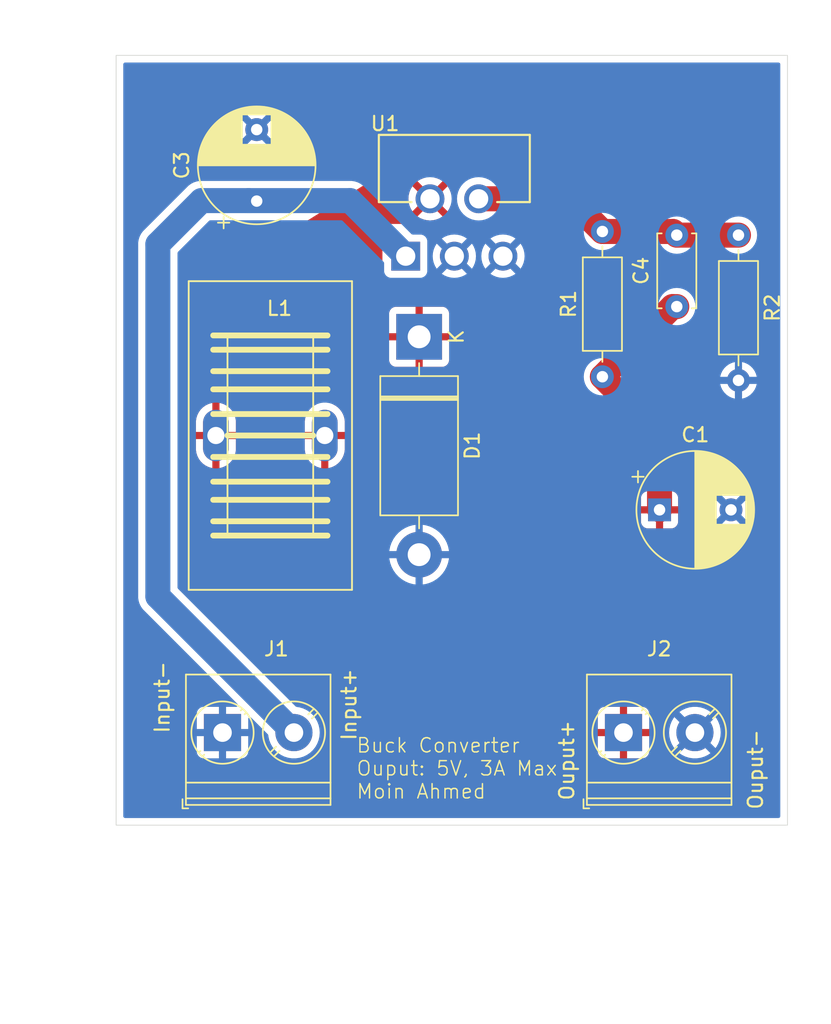
<source format=kicad_pcb>
(kicad_pcb (version 20240108) (generator "pcbnew") (generator_version "8.0")
  (layers (0 "F.Cu" signal) (31 "B.Cu" signal) (34 "B.Paste" user) (35 "F.Paste" user) (36 "B.SilkS" user "B.Silkscreen") (37 "F.SilkS" user "F.Silkscreen") (38 "B.Mask" user) (39 "F.Mask" user) (44 "Edge.Cuts" user))
  (net 0 "")
  (net 1 "GND")
  (net 2 "Net-(J1-Pin_2)")
  (net 3 "/Feedback")
  (net 4 "/Output")
  (net 5 "/OUTPUT_COUT")
  (footprint "Capacitor_THT:CP_Radial_D8.0mm_P5.00mm" (layer "F.Cu") (at 175.197349 86.4)
    (property "Reference" "C1" (at 2.5 -5.25 0) (layer "F.SilkS"))
    (property "Value" "330u")
    (fp_line (start -1.909698 -2.315) (end -1.109698 -2.315) (stroke (width 0.12)) (layer "F.SilkS"))
    (fp_line (start -1.509698 -2.715) (end -1.509698 -1.915) (stroke (width 0.12)) (layer "F.SilkS"))
    (fp_line (start 2.5 -4.08) (end 2.5 4.08) (stroke (width 0.12)) (layer "F.SilkS"))
    (fp_line (start 2.54 -4.08) (end 2.54 4.08) (stroke (width 0.12)) (layer "F.SilkS"))
    (fp_line (start 2.58 -4.08) (end 2.58 4.08) (stroke (width 0.12)) (layer "F.SilkS"))
    (fp_line (start 2.62 -4.079) (end 2.62 4.079) (stroke (width 0.12)) (layer "F.SilkS"))
    (fp_line (start 2.66 -4.077) (end 2.66 4.077) (stroke (width 0.12)) (layer "F.SilkS"))
    (fp_line (start 2.7 -4.076) (end 2.7 4.076) (stroke (width 0.12)) (layer "F.SilkS"))
    (fp_line (start 2.74 -4.074) (end 2.74 4.074) (stroke (width 0.12)) (layer "F.SilkS"))
    (fp_line (start 2.78 -4.071) (end 2.78 4.071) (stroke (width 0.12)) (layer "F.SilkS"))
    (fp_line (start 2.82 -4.068) (end 2.82 4.068) (stroke (width 0.12)) (layer "F.SilkS"))
    (fp_line (start 2.86 -4.065) (end 2.86 4.065) (stroke (width 0.12)) (layer "F.SilkS"))
    (fp_line (start 2.9 -4.061) (end 2.9 4.061) (stroke (width 0.12)) (layer "F.SilkS"))
    (fp_line (start 2.94 -4.057) (end 2.94 4.057) (stroke (width 0.12)) (layer "F.SilkS"))
    (fp_line (start 2.98 -4.052) (end 2.98 4.052) (stroke (width 0.12)) (layer "F.SilkS"))
    (fp_line (start 3.02 -4.048) (end 3.02 4.048) (stroke (width 0.12)) (layer "F.SilkS"))
    (fp_line (start 3.06 -4.042) (end 3.06 4.042) (stroke (width 0.12)) (layer "F.SilkS"))
    (fp_line (start 3.1 -4.037) (end 3.1 4.037) (stroke (width 0.12)) (layer "F.SilkS"))
    (fp_line (start 3.14 -4.03) (end 3.14 4.03) (stroke (width 0.12)) (layer "F.SilkS"))
    (fp_line (start 3.18 -4.024) (end 3.18 4.024) (stroke (width 0.12)) (layer "F.SilkS"))
    (fp_line (start 3.221 -4.017) (end 3.221 4.017) (stroke (width 0.12)) (layer "F.SilkS"))
    (fp_line (start 3.261 -4.01) (end 3.261 4.01) (stroke (width 0.12)) (layer "F.SilkS"))
    (fp_line (start 3.301 -4.002) (end 3.301 4.002) (stroke (width 0.12)) (layer "F.SilkS"))
    (fp_line (start 3.341 -3.994) (end 3.341 3.994) (stroke (width 0.12)) (layer "F.SilkS"))
    (fp_line (start 3.381 -3.985) (end 3.381 3.985) (stroke (width 0.12)) (layer "F.SilkS"))
    (fp_line (start 3.421 -3.976) (end 3.421 3.976) (stroke (width 0.12)) (layer "F.SilkS"))
    (fp_line (start 3.461 -3.967) (end 3.461 3.967) (stroke (width 0.12)) (layer "F.SilkS"))
    (fp_line (start 3.501 -3.957) (end 3.501 3.957) (stroke (width 0.12)) (layer "F.SilkS"))
    (fp_line (start 3.541 -3.947) (end 3.541 3.947) (stroke (width 0.12)) (layer "F.SilkS"))
    (fp_line (start 3.581 -3.936) (end 3.581 3.936) (stroke (width 0.12)) (layer "F.SilkS"))
    (fp_line (start 3.621 -3.925) (end 3.621 3.925) (stroke (width 0.12)) (layer "F.SilkS"))
    (fp_line (start 3.661 -3.914) (end 3.661 3.914) (stroke (width 0.12)) (layer "F.SilkS"))
    (fp_line (start 3.701 -3.902) (end 3.701 3.902) (stroke (width 0.12)) (layer "F.SilkS"))
    (fp_line (start 3.741 -3.889) (end 3.741 3.889) (stroke (width 0.12)) (layer "F.SilkS"))
    (fp_line (start 3.781 -3.877) (end 3.781 3.877) (stroke (width 0.12)) (layer "F.SilkS"))
    (fp_line (start 3.821 -3.863) (end 3.821 3.863) (stroke (width 0.12)) (layer "F.SilkS"))
    (fp_line (start 3.861 -3.85) (end 3.861 3.85) (stroke (width 0.12)) (layer "F.SilkS"))
    (fp_line (start 3.901 -3.835) (end 3.901 3.835) (stroke (width 0.12)) (layer "F.SilkS"))
    (fp_line (start 3.941 -3.821) (end 3.941 3.821) (stroke (width 0.12)) (layer "F.SilkS"))
    (fp_line (start 3.981 -3.805) (end 3.981 -1.04) (stroke (width 0.12)) (layer "F.SilkS"))
    (fp_line (start 3.981 1.04) (end 3.981 3.805) (stroke (width 0.12)) (layer "F.SilkS"))
    (fp_line (start 4.021 -3.79) (end 4.021 -1.04) (stroke (width 0.12)) (layer "F.SilkS"))
    (fp_line (start 4.021 1.04) (end 4.021 3.79) (stroke (width 0.12)) (layer "F.SilkS"))
    (fp_line (start 4.061 -3.774) (end 4.061 -1.04) (stroke (width 0.12)) (layer "F.SilkS"))
    (fp_line (start 4.061 1.04) (end 4.061 3.774) (stroke (width 0.12)) (layer "F.SilkS"))
    (fp_line (start 4.101 -3.757) (end 4.101 -1.04) (stroke (width 0.12)) (layer "F.SilkS"))
    (fp_line (start 4.101 1.04) (end 4.101 3.757) (stroke (width 0.12)) (layer "F.SilkS"))
    (fp_line (start 4.141 -3.74) (end 4.141 -1.04) (stroke (width 0.12)) (layer "F.SilkS"))
    (fp_line (start 4.141 1.04) (end 4.141 3.74) (stroke (width 0.12)) (layer "F.SilkS"))
    (fp_line (start 4.181 -3.722) (end 4.181 -1.04) (stroke (width 0.12)) (layer "F.SilkS"))
    (fp_line (start 4.181 1.04) (end 4.181 3.722) (stroke (width 0.12)) (layer "F.SilkS"))
    (fp_line (start 4.221 -3.704) (end 4.221 -1.04) (stroke (width 0.12)) (layer "F.SilkS"))
    (fp_line (start 4.221 1.04) (end 4.221 3.704) (stroke (width 0.12)) (layer "F.SilkS"))
    (fp_line (start 4.261 -3.686) (end 4.261 -1.04) (stroke (width 0.12)) (layer "F.SilkS"))
    (fp_line (start 4.261 1.04) (end 4.261 3.686) (stroke (width 0.12)) (layer "F.SilkS"))
    (fp_line (start 4.301 -3.666) (end 4.301 -1.04) (stroke (width 0.12)) (layer "F.SilkS"))
    (fp_line (start 4.301 1.04) (end 4.301 3.666) (stroke (width 0.12)) (layer "F.SilkS"))
    (fp_line (start 4.341 -3.647) (end 4.341 -1.04) (stroke (width 0.12)) (layer "F.SilkS"))
    (fp_line (start 4.341 1.04) (end 4.341 3.647) (stroke (width 0.12)) (layer "F.SilkS"))
    (fp_line (start 4.381 -3.627) (end 4.381 -1.04) (stroke (width 0.12)) (layer "F.SilkS"))
    (fp_line (start 4.381 1.04) (end 4.381 3.627) (stroke (width 0.12)) (layer "F.SilkS"))
    (fp_line (start 4.421 -3.606) (end 4.421 -1.04) (stroke (width 0.12)) (layer "F.SilkS"))
    (fp_line (start 4.421 1.04) (end 4.421 3.606) (stroke (width 0.12)) (layer "F.SilkS"))
    (fp_line (start 4.461 -3.584) (end 4.461 -1.04) (stroke (width 0.12)) (layer "F.SilkS"))
    (fp_line (start 4.461 1.04) (end 4.461 3.584) (stroke (width 0.12)) (layer "F.SilkS"))
    (fp_line (start 4.501 -3.562) (end 4.501 -1.04) (stroke (width 0.12)) (layer "F.SilkS"))
    (fp_line (start 4.501 1.04) (end 4.501 3.562) (stroke (width 0.12)) (layer "F.SilkS"))
    (fp_line (start 4.541 -3.54) (end 4.541 -1.04) (stroke (width 0.12)) (layer "F.SilkS"))
    (fp_line (start 4.541 1.04) (end 4.541 3.54) (stroke (width 0.12)) (layer "F.SilkS"))
    (fp_line (start 4.581 -3.517) (end 4.581 -1.04) (stroke (width 0.12)) (layer "F.SilkS"))
    (fp_line (start 4.581 1.04) (end 4.581 3.517) (stroke (width 0.12)) (layer "F.SilkS"))
    (fp_line (start 4.621 -3.493) (end 4.621 -1.04) (stroke (width 0.12)) (layer "F.SilkS"))
    (fp_line (start 4.621 1.04) (end 4.621 3.493) (stroke (width 0.12)) (layer "F.SilkS"))
    (fp_line (start 4.661 -3.469) (end 4.661 -1.04) (stroke (width 0.12)) (layer "F.SilkS"))
    (fp_line (start 4.661 1.04) (end 4.661 3.469) (stroke (width 0.12)) (layer "F.SilkS"))
    (fp_line (start 4.701 -3.444) (end 4.701 -1.04) (stroke (width 0.12)) (layer "F.SilkS"))
    (fp_line (start 4.701 1.04) (end 4.701 3.444) (stroke (width 0.12)) (layer "F.SilkS"))
    (fp_line (start 4.741 -3.418) (end 4.741 -1.04) (stroke (width 0.12)) (layer "F.SilkS"))
    (fp_line (start 4.741 1.04) (end 4.741 3.418) (stroke (width 0.12)) (layer "F.SilkS"))
    (fp_line (start 4.781 -3.392) (end 4.781 -1.04) (stroke (width 0.12)) (layer "F.SilkS"))
    (fp_line (start 4.781 1.04) (end 4.781 3.392) (stroke (width 0.12)) (layer "F.SilkS"))
    (fp_line (start 4.821 -3.365) (end 4.821 -1.04) (stroke (width 0.12)) (layer "F.SilkS"))
    (fp_line (start 4.821 1.04) (end 4.821 3.365) (stroke (width 0.12)) (layer "F.SilkS"))
    (fp_line (start 4.861 -3.338) (end 4.861 -1.04) (stroke (width 0.12)) (layer "F.SilkS"))
    (fp_line (start 4.861 1.04) (end 4.861 3.338) (stroke (width 0.12)) (layer "F.SilkS"))
    (fp_line (start 4.901 -3.309) (end 4.901 -1.04) (stroke (width 0.12)) (layer "F.SilkS"))
    (fp_line (start 4.901 1.04) (end 4.901 3.309) (stroke (width 0.12)) (layer "F.SilkS"))
    (fp_line (start 4.941 -3.28) (end 4.941 -1.04) (stroke (width 0.12)) (layer "F.SilkS"))
    (fp_line (start 4.941 1.04) (end 4.941 3.28) (stroke (width 0.12)) (layer "F.SilkS"))
    (fp_line (start 4.981 -3.25) (end 4.981 -1.04) (stroke (width 0.12)) (layer "F.SilkS"))
    (fp_line (start 4.981 1.04) (end 4.981 3.25) (stroke (width 0.12)) (layer "F.SilkS"))
    (fp_line (start 5.021 -3.22) (end 5.021 -1.04) (stroke (width 0.12)) (layer "F.SilkS"))
    (fp_line (start 5.021 1.04) (end 5.021 3.22) (stroke (width 0.12)) (layer "F.SilkS"))
    (fp_line (start 5.061 -3.189) (end 5.061 -1.04) (stroke (width 0.12)) (layer "F.SilkS"))
    (fp_line (start 5.061 1.04) (end 5.061 3.189) (stroke (width 0.12)) (layer "F.SilkS"))
    (fp_line (start 5.101 -3.156) (end 5.101 -1.04) (stroke (width 0.12)) (layer "F.SilkS"))
    (fp_line (start 5.101 1.04) (end 5.101 3.156) (stroke (width 0.12)) (layer "F.SilkS"))
    (fp_line (start 5.141 -3.124) (end 5.141 -1.04) (stroke (width 0.12)) (layer "F.SilkS"))
    (fp_line (start 5.141 1.04) (end 5.141 3.124) (stroke (width 0.12)) (layer "F.SilkS"))
    (fp_line (start 5.181 -3.09) (end 5.181 -1.04) (stroke (width 0.12)) (layer "F.SilkS"))
    (fp_line (start 5.181 1.04) (end 5.181 3.09) (stroke (width 0.12)) (layer "F.SilkS"))
    (fp_line (start 5.221 -3.055) (end 5.221 -1.04) (stroke (width 0.12)) (layer "F.SilkS"))
    (fp_line (start 5.221 1.04) (end 5.221 3.055) (stroke (width 0.12)) (layer "F.SilkS"))
    (fp_line (start 5.261 -3.019) (end 5.261 -1.04) (stroke (width 0.12)) (layer "F.SilkS"))
    (fp_line (start 5.261 1.04) (end 5.261 3.019) (stroke (width 0.12)) (layer "F.SilkS"))
    (fp_line (start 5.301 -2.983) (end 5.301 -1.04) (stroke (width 0.12)) (layer "F.SilkS"))
    (fp_line (start 5.301 1.04) (end 5.301 2.983) (stroke (width 0.12)) (layer "F.SilkS"))
    (fp_line (start 5.341 -2.945) (end 5.341 -1.04) (stroke (width 0.12)) (layer "F.SilkS"))
    (fp_line (start 5.341 1.04) (end 5.341 2.945) (stroke (width 0.12)) (layer "F.SilkS"))
    (fp_line (start 5.381 -2.907) (end 5.381 -1.04) (stroke (width 0.12)) (layer "F.SilkS"))
    (fp_line (start 5.381 1.04) (end 5.381 2.907) (stroke (width 0.12)) (layer "F.SilkS"))
    (fp_line (start 5.421 -2.867) (end 5.421 -1.04) (stroke (width 0.12)) (layer "F.SilkS"))
    (fp_line (start 5.421 1.04) (end 5.421 2.867) (stroke (width 0.12)) (layer "F.SilkS"))
    (fp_line (start 5.461 -2.826) (end 5.461 -1.04) (stroke (width 0.12)) (layer "F.SilkS"))
    (fp_line (start 5.461 1.04) (end 5.461 2.826) (stroke (width 0.12)) (layer "F.SilkS"))
    (fp_line (start 5.501 -2.784) (end 5.501 -1.04) (stroke (width 0.12)) (layer "F.SilkS"))
    (fp_line (start 5.501 1.04) (end 5.501 2.784) (stroke (width 0.12)) (layer "F.SilkS"))
    (fp_line (start 5.541 -2.741) (end 5.541 -1.04) (stroke (width 0.12)) (layer "F.SilkS"))
    (fp_line (start 5.541 1.04) (end 5.541 2.741) (stroke (width 0.12)) (layer "F.SilkS"))
    (fp_line (start 5.581 -2.697) (end 5.581 -1.04) (stroke (width 0.12)) (layer "F.SilkS"))
    (fp_line (start 5.581 1.04) (end 5.581 2.697) (stroke (width 0.12)) (layer "F.SilkS"))
    (fp_line (start 5.621 -2.651) (end 5.621 -1.04) (stroke (width 0.12)) (layer "F.SilkS"))
    (fp_line (start 5.621 1.04) (end 5.621 2.651) (stroke (width 0.12)) (layer "F.SilkS"))
    (fp_line (start 5.661 -2.604) (end 5.661 -1.04) (stroke (width 0.12)) (layer "F.SilkS"))
    (fp_line (start 5.661 1.04) (end 5.661 2.604) (stroke (width 0.12)) (layer "F.SilkS"))
    (fp_line (start 5.701 -2.556) (end 5.701 -1.04) (stroke (width 0.12)) (layer "F.SilkS"))
    (fp_line (start 5.701 1.04) (end 5.701 2.556) (stroke (width 0.12)) (layer "F.SilkS"))
    (fp_line (start 5.741 -2.505) (end 5.741 -1.04) (stroke (width 0.12)) (layer "F.SilkS"))
    (fp_line (start 5.741 1.04) (end 5.741 2.505) (stroke (width 0.12)) (layer "F.SilkS"))
    (fp_line (start 5.781 -2.454) (end 5.781 -1.04) (stroke (width 0.12)) (layer "F.SilkS"))
    (fp_line (start 5.781 1.04) (end 5.781 2.454) (stroke (width 0.12)) (layer "F.SilkS"))
    (fp_line (start 5.821 -2.4) (end 5.821 -1.04) (stroke (width 0.12)) (layer "F.SilkS"))
    (fp_line (start 5.821 1.04) (end 5.821 2.4) (stroke (width 0.12)) (layer "F.SilkS"))
    (fp_line (start 5.861 -2.345) (end 5.861 -1.04) (stroke (width 0.12)) (layer "F.SilkS"))
    (fp_line (start 5.861 1.04) (end 5.861 2.345) (stroke (width 0.12)) (layer "F.SilkS"))
    (fp_line (start 5.901 -2.287) (end 5.901 -1.04) (stroke (width 0.12)) (layer "F.SilkS"))
    (fp_line (start 5.901 1.04) (end 5.901 2.287) (stroke (width 0.12)) (layer "F.SilkS"))
    (fp_line (start 5.941 -2.228) (end 5.941 -1.04) (stroke (width 0.12)) (layer "F.SilkS"))
    (fp_line (start 5.941 1.04) (end 5.941 2.228) (stroke (width 0.12)) (layer "F.SilkS"))
    (fp_line (start 5.981 -2.166) (end 5.981 -1.04) (stroke (width 0.12)) (layer "F.SilkS"))
    (fp_line (start 5.981 1.04) (end 5.981 2.166) (stroke (width 0.12)) (layer "F.SilkS"))
    (fp_line (start 6.021 -2.102) (end 6.021 -1.04) (stroke (width 0.12)) (layer "F.SilkS"))
    (fp_line (start 6.021 1.04) (end 6.021 2.102) (stroke (width 0.12)) (layer "F.SilkS"))
    (fp_line (start 6.061 -2.034) (end 6.061 2.034) (stroke (width 0.12)) (layer "F.SilkS"))
    (fp_line (start 6.101 -1.964) (end 6.101 1.964) (stroke (width 0.12)) (layer "F.SilkS"))
    (fp_line (start 6.141 -1.89) (end 6.141 1.89) (stroke (width 0.12)) (layer "F.SilkS"))
    (fp_line (start 6.181 -1.813) (end 6.181 1.813) (stroke (width 0.12)) (layer "F.SilkS"))
    (fp_line (start 6.221 -1.731) (end 6.221 1.731) (stroke (width 0.12)) (layer "F.SilkS"))
    (fp_line (start 6.261 -1.645) (end 6.261 1.645) (stroke (width 0.12)) (layer "F.SilkS"))
    (fp_line (start 6.301 -1.552) (end 6.301 1.552) (stroke (width 0.12)) (layer "F.SilkS"))
    (fp_line (start 6.341 -1.453) (end 6.341 1.453) (stroke (width 0.12)) (layer "F.SilkS"))
    (fp_line (start 6.381 -1.346) (end 6.381 1.346) (stroke (width 0.12)) (layer "F.SilkS"))
    (fp_line (start 6.421 -1.229) (end 6.421 1.229) (stroke (width 0.12)) (layer "F.SilkS"))
    (fp_line (start 6.461 -1.098) (end 6.461 1.098) (stroke (width 0.12)) (layer "F.SilkS"))
    (fp_line (start 6.501 -0.948) (end 6.501 0.948) (stroke (width 0.12)) (layer "F.SilkS"))
    (fp_line (start 6.541 -0.768) (end 6.541 0.768) (stroke (width 0.12)) (layer "F.SilkS"))
    (fp_line (start 6.581 -0.533) (end 6.581 0.533) (stroke (width 0.12)) (layer "F.SilkS"))
    (fp_circle (center 2.5 0) (end 6.62 0) (stroke (width 0.12)) (fill none) (layer "F.SilkS"))
    (pad "1" thru_hole rect (at 0 0) (size 1.6 1.6) (drill 0.8) (layers "*.Cu" "*.Mask") (net 5 "/OUTPUT_COUT"))
    (pad "2" thru_hole circle (at 5 0) (size 1.6 1.6) (drill 0.8) (layers "*.Cu" "*.Mask") (net 1 "GND"))
  )
  (footprint "lm2596tv:TO170P470X1016X2092-5P" (layer "F.Cu") (at 164.2364 56.4134)
    (property "Reference" "U1" (at -8.255 2.9718 0) (layer "F.SilkS"))
    (property "Value" "LM2596TADJG")
    (fp_line (start -8.6868 3.7592) (end -8.6868 8.4582) (stroke (width 0.1524)) (layer "F.SilkS"))
    (fp_line (start -8.6868 8.4582) (end -6.4008 8.4582) (stroke (width 0.1524)) (layer "F.SilkS"))
    (fp_line (start -0.4064 8.4582) (end 1.8796 8.4582) (stroke (width 0.1524)) (layer "F.SilkS"))
    (fp_line (start 1.8796 3.7592) (end -8.6868 3.7592) (stroke (width 0.1524)) (layer "F.SilkS"))
    (fp_line (start 1.8796 8.4582) (end 1.8796 3.7592) (stroke (width 0.1524)) (layer "F.SilkS"))
    (pad "1" thru_hole rect (at -6.8072 12.2428) (size 2.0193 2.0193) (drill 1.3462) (layers "*.Cu" "*.Mask") (net 2 "Net-(J1-Pin_2)"))
    (pad "2" thru_hole circle (at -5.1054 8.2296) (size 2.0193 2.0193) (drill 1.3462) (layers "*.Cu" "*.Mask") (net 4 "/Output"))
    (pad "3" thru_hole circle (at -3.4036 12.2428) (size 2.0193 2.0193) (drill 1.3462) (layers "*.Cu" "*.Mask") (net 1 "GND"))
    (pad "4" thru_hole circle (at -1.7018 8.2296) (size 2.0193 2.0193) (drill 1.3462) (layers "*.Cu" "*.Mask") (net 3 "/Feedback"))
    (pad "5" thru_hole circle (at 0 12.2428) (size 2.0193 2.0193) (drill 1.3462) (layers "*.Cu" "*.Mask") (net 1 "GND"))
  )
  (footprint "Capacitor_THT:C_Disc_D5.0mm_W2.5mm_P5.00mm" (layer "F.Cu") (at 176.403 72.183 90)
    (property "Reference" "C4" (at 2.5 -2.5 90) (layer "F.SilkS"))
    (property "Value" "15nF")
    (fp_line (start 5.12 -1.37) (end 5.12 -1.055) (stroke (width 0.12)) (layer "F.SilkS"))
    (fp_line (start -0.12 -1.37) (end 5.12 -1.37) (stroke (width 0.12)) (layer "F.SilkS"))
    (fp_line (start -0.12 -1.37) (end -0.12 -1.055) (stroke (width 0.12)) (layer "F.SilkS"))
    (fp_line (start 5.12 1.055) (end 5.12 1.37) (stroke (width 0.12)) (layer "F.SilkS"))
    (fp_line (start -0.12 1.055) (end -0.12 1.37) (stroke (width 0.12)) (layer "F.SilkS"))
    (fp_line (start -0.12 1.37) (end 5.12 1.37) (stroke (width 0.12)) (layer "F.SilkS"))
    (pad "1" thru_hole circle (at 0 0 90) (size 1.6 1.6) (drill 0.8) (layers "*.Cu" "*.Mask") (net 5 "/OUTPUT_COUT"))
    (pad "2" thru_hole circle (at 5 0 90) (size 1.6 1.6) (drill 0.8) (layers "*.Cu" "*.Mask") (net 3 "/Feedback"))
  )
  (footprint "TerminalBlock_Phoenix:TerminalBlock_Phoenix_PT-1,5-2-5.0-H_1x02_P5.00mm_Horizontal" (layer "F.Cu") (at 144.606 101.981)
    (property "Reference" "J1" (at 3.77 -5.85 0) (layer "F.SilkS"))
    (property "Value" "Conn_01x02")
    (fp_line (start -2.8 4.66) (end -2.8 5.3) (stroke (width 0.12)) (layer "F.SilkS"))
    (fp_line (start -2.8 5.3) (end -2.4 5.3) (stroke (width 0.12)) (layer "F.SilkS"))
    (fp_line (start -2.56 -4.06) (end -2.56 5.06) (stroke (width 0.12)) (layer "F.SilkS"))
    (fp_line (start -2.56 -4.06) (end 7.56 -4.06) (stroke (width 0.12)) (layer "F.SilkS"))
    (fp_line (start -2.56 3.5) (end 7.56 3.5) (stroke (width 0.12)) (layer "F.SilkS"))
    (fp_line (start -2.56 4.6) (end 7.56 4.6) (stroke (width 0.12)) (layer "F.SilkS"))
    (fp_line (start -2.56 5.06) (end 7.56 5.06) (stroke (width 0.12)) (layer "F.SilkS"))
    (fp_line (start -1.548 1.281) (end -1.654 1.388) (stroke (width 0.12)) (layer "F.SilkS"))
    (fp_line (start -1.282 1.547) (end -1.388 1.654) (stroke (width 0.12)) (layer "F.SilkS"))
    (fp_line (start 1.388 -1.654) (end 1.281 -1.547) (stroke (width 0.12)) (layer "F.SilkS"))
    (fp_line (start 1.654 -1.388) (end 1.547 -1.281) (stroke (width 0.12)) (layer "F.SilkS"))
    (fp_line (start 3.742 0.992) (end 3.347 1.388) (stroke (width 0.12)) (layer "F.SilkS"))
    (fp_line (start 3.993 1.274) (end 3.613 1.654) (stroke (width 0.12)) (layer "F.SilkS"))
    (fp_line (start 6.388 -1.654) (end 6.008 -1.274) (stroke (width 0.12)) (layer "F.SilkS"))
    (fp_line (start 6.654 -1.388) (end 6.259 -0.992) (stroke (width 0.12)) (layer "F.SilkS"))
    (fp_line (start 7.56 -4.06) (end 7.56 5.06) (stroke (width 0.12)) (layer "F.SilkS"))
    (fp_circle (center 0 0) (end 2.18 0) (stroke (width 0.12)) (fill none) (layer "F.SilkS"))
    (fp_circle (center 5 0) (end 7.18 0) (stroke (width 0.12)) (fill none) (layer "F.SilkS"))
    (pad "1" thru_hole rect (at 0 0) (size 2.6 2.6) (drill 1.3) (layers "*.Cu" "*.Mask") (net 1 "GND"))
    (pad "2" thru_hole circle (at 5 0) (size 2.6 2.6) (drill 1.3) (layers "*.Cu" "*.Mask") (net 2 "Net-(J1-Pin_2)"))
  )
  (footprint "Resistor_THT:R_Axial_DIN0207_L6.3mm_D2.5mm_P10.16mm_Horizontal" (layer "F.Cu") (at 171.196 77.089 90)
    (property "Reference" "R1" (at 5.08 -2.37 90) (layer "F.SilkS"))
    (property "Value" "3.1kOhm")
    (fp_line (start 8.35 -1.37) (end 1.81 -1.37) (stroke (width 0.12)) (layer "F.SilkS"))
    (fp_line (start 1.81 -1.37) (end 1.81 1.37) (stroke (width 0.12)) (layer "F.SilkS"))
    (fp_line (start 9.12 0) (end 8.35 0) (stroke (width 0.12)) (layer "F.SilkS"))
    (fp_line (start 1.04 0) (end 1.81 0) (stroke (width 0.12)) (layer "F.SilkS"))
    (fp_line (start 8.35 1.37) (end 8.35 -1.37) (stroke (width 0.12)) (layer "F.SilkS"))
    (fp_line (start 1.81 1.37) (end 8.35 1.37) (stroke (width 0.12)) (layer "F.SilkS"))
    (pad "1" thru_hole circle (at 0 0 90) (size 1.6 1.6) (drill 0.8) (layers "*.Cu" "*.Mask") (net 5 "/OUTPUT_COUT"))
    (pad "2" thru_hole oval (at 10.16 0 90) (size 1.6 1.6) (drill 0.8) (layers "*.Cu" "*.Mask") (net 3 "/Feedback"))
  )
  (footprint "TerminalBlock_Phoenix:TerminalBlock_Phoenix_PT-1,5-2-5.0-H_1x02_P5.00mm_Horizontal" (layer "F.Cu") (at 172.673 101.981)
    (property "Reference" "J2" (at 2.5 -5.85 0) (layer "F.SilkS"))
    (property "Value" "Conn_01x02")
    (fp_line (start -2.8 4.66) (end -2.8 5.3) (stroke (width 0.12)) (layer "F.SilkS"))
    (fp_line (start -2.8 5.3) (end -2.4 5.3) (stroke (width 0.12)) (layer "F.SilkS"))
    (fp_line (start -2.56 -4.06) (end -2.56 5.06) (stroke (width 0.12)) (layer "F.SilkS"))
    (fp_line (start -2.56 -4.06) (end 7.56 -4.06) (stroke (width 0.12)) (layer "F.SilkS"))
    (fp_line (start -2.56 3.5) (end 7.56 3.5) (stroke (width 0.12)) (layer "F.SilkS"))
    (fp_line (start -2.56 4.6) (end 7.56 4.6) (stroke (width 0.12)) (layer "F.SilkS"))
    (fp_line (start -2.56 5.06) (end 7.56 5.06) (stroke (width 0.12)) (layer "F.SilkS"))
    (fp_line (start -1.548 1.281) (end -1.654 1.388) (stroke (width 0.12)) (layer "F.SilkS"))
    (fp_line (start -1.282 1.547) (end -1.388 1.654) (stroke (width 0.12)) (layer "F.SilkS"))
    (fp_line (start 1.388 -1.654) (end 1.281 -1.547) (stroke (width 0.12)) (layer "F.SilkS"))
    (fp_line (start 1.654 -1.388) (end 1.547 -1.281) (stroke (width 0.12)) (layer "F.SilkS"))
    (fp_line (start 3.742 0.992) (end 3.347 1.388) (stroke (width 0.12)) (layer "F.SilkS"))
    (fp_line (start 3.993 1.274) (end 3.613 1.654) (stroke (width 0.12)) (layer "F.SilkS"))
    (fp_line (start 6.388 -1.654) (end 6.008 -1.274) (stroke (width 0.12)) (layer "F.SilkS"))
    (fp_line (start 6.654 -1.388) (end 6.259 -0.992) (stroke (width 0.12)) (layer "F.SilkS"))
    (fp_line (start 7.56 -4.06) (end 7.56 5.06) (stroke (width 0.12)) (layer "F.SilkS"))
    (fp_circle (center 0 0) (end 2.18 0) (stroke (width 0.12)) (fill none) (layer "F.SilkS"))
    (fp_circle (center 5 0) (end 7.18 0) (stroke (width 0.12)) (fill none) (layer "F.SilkS"))
    (pad "1" thru_hole rect (at 0 0) (size 2.6 2.6) (drill 1.3) (layers "*.Cu" "*.Mask") (net 5 "/OUTPUT_COUT"))
    (pad "2" thru_hole circle (at 5 0) (size 2.6 2.6) (drill 1.3) (layers "*.Cu" "*.Mask") (net 1 "GND"))
  )
  (footprint "Capacitor_THT:CP_Radial_D8.0mm_P5.00mm" (layer "F.Cu") (at 147 64.802651 90)
    (property "Reference" "C3" (at 2.5 -5.25 90) (layer "F.SilkS"))
    (property "Value" "100u")
    (fp_line (start 2.58 -4.08) (end 2.58 4.08) (stroke (width 0.12)) (layer "F.SilkS"))
    (fp_line (start 2.54 -4.08) (end 2.54 4.08) (stroke (width 0.12)) (layer "F.SilkS"))
    (fp_line (start 2.5 -4.08) (end 2.5 4.08) (stroke (width 0.12)) (layer "F.SilkS"))
    (fp_line (start 2.62 -4.079) (end 2.62 4.079) (stroke (width 0.12)) (layer "F.SilkS"))
    (fp_line (start 2.66 -4.077) (end 2.66 4.077) (stroke (width 0.12)) (layer "F.SilkS"))
    (fp_line (start 2.7 -4.076) (end 2.7 4.076) (stroke (width 0.12)) (layer "F.SilkS"))
    (fp_line (start 2.74 -4.074) (end 2.74 4.074) (stroke (width 0.12)) (layer "F.SilkS"))
    (fp_line (start 2.78 -4.071) (end 2.78 4.071) (stroke (width 0.12)) (layer "F.SilkS"))
    (fp_line (start 2.82 -4.068) (end 2.82 4.068) (stroke (width 0.12)) (layer "F.SilkS"))
    (fp_line (start 2.86 -4.065) (end 2.86 4.065) (stroke (width 0.12)) (layer "F.SilkS"))
    (fp_line (start 2.9 -4.061) (end 2.9 4.061) (stroke (width 0.12)) (layer "F.SilkS"))
    (fp_line (start 2.94 -4.057) (end 2.94 4.057) (stroke (width 0.12)) (layer "F.SilkS"))
    (fp_line (start 2.98 -4.052) (end 2.98 4.052) (stroke (width 0.12)) (layer "F.SilkS"))
    (fp_line (start 3.02 -4.048) (end 3.02 4.048) (stroke (width 0.12)) (layer "F.SilkS"))
    (fp_line (start 3.06 -4.042) (end 3.06 4.042) (stroke (width 0.12)) (layer "F.SilkS"))
    (fp_line (start 3.1 -4.037) (end 3.1 4.037) (stroke (width 0.12)) (layer "F.SilkS"))
    (fp_line (start 3.14 -4.03) (end 3.14 4.03) (stroke (width 0.12)) (layer "F.SilkS"))
    (fp_line (start 3.18 -4.024) (end 3.18 4.024) (stroke (width 0.12)) (layer "F.SilkS"))
    (fp_line (start 3.221 -4.017) (end 3.221 4.017) (stroke (width 0.12)) (layer "F.SilkS"))
    (fp_line (start 3.261 -4.01) (end 3.261 4.01) (stroke (width 0.12)) (layer "F.SilkS"))
    (fp_line (start 3.301 -4.002) (end 3.301 4.002) (stroke (width 0.12)) (layer "F.SilkS"))
    (fp_line (start 3.341 -3.994) (end 3.341 3.994) (stroke (width 0.12)) (layer "F.SilkS"))
    (fp_line (start 3.381 -3.985) (end 3.381 3.985) (stroke (width 0.12)) (layer "F.SilkS"))
    (fp_line (start 3.421 -3.976) (end 3.421 3.976) (stroke (width 0.12)) (layer "F.SilkS"))
    (fp_line (start 3.461 -3.967) (end 3.461 3.967) (stroke (width 0.12)) (layer "F.SilkS"))
    (fp_line (start 3.501 -3.957) (end 3.501 3.957) (stroke (width 0.12)) (layer "F.SilkS"))
    (fp_line (start 3.541 -3.947) (end 3.541 3.947) (stroke (width 0.12)) (layer "F.SilkS"))
    (fp_line (start 3.581 -3.936) (end 3.581 3.936) (stroke (width 0.12)) (layer "F.SilkS"))
    (fp_line (start 3.621 -3.925) (end 3.621 3.925) (stroke (width 0.12)) (layer "F.SilkS"))
    (fp_line (start 3.661 -3.914) (end 3.661 3.914) (stroke (width 0.12)) (layer "F.SilkS"))
    (fp_line (start 3.701 -3.902) (end 3.701 3.902) (stroke (width 0.12)) (layer "F.SilkS"))
    (fp_line (start 3.741 -3.889) (end 3.741 3.889) (stroke (width 0.12)) (layer "F.SilkS"))
    (fp_line (start 3.781 -3.877) (end 3.781 3.877) (stroke (width 0.12)) (layer "F.SilkS"))
    (fp_line (start 3.821 -3.863) (end 3.821 3.863) (stroke (width 0.12)) (layer "F.SilkS"))
    (fp_line (start 3.861 -3.85) (end 3.861 3.85) (stroke (width 0.12)) (layer "F.SilkS"))
    (fp_line (start 3.901 -3.835) (end 3.901 3.835) (stroke (width 0.12)) (layer "F.SilkS"))
    (fp_line (start 3.941 -3.821) (end 3.941 3.821) (stroke (width 0.12)) (layer "F.SilkS"))
    (fp_line (start 3.981 -3.805) (end 3.981 -1.04) (stroke (width 0.12)) (layer "F.SilkS"))
    (fp_line (start 4.021 -3.79) (end 4.021 -1.04) (stroke (width 0.12)) (layer "F.SilkS"))
    (fp_line (start 4.061 -3.774) (end 4.061 -1.04) (stroke (width 0.12)) (layer "F.SilkS"))
    (fp_line (start 4.101 -3.757) (end 4.101 -1.04) (stroke (width 0.12)) (layer "F.SilkS"))
    (fp_line (start 4.141 -3.74) (end 4.141 -1.04) (stroke (width 0.12)) (layer "F.SilkS"))
    (fp_line (start 4.181 -3.722) (end 4.181 -1.04) (stroke (width 0.12)) (layer "F.SilkS"))
    (fp_line (start 4.221 -3.704) (end 4.221 -1.04) (stroke (width 0.12)) (layer "F.SilkS"))
    (fp_line (start 4.261 -3.686) (end 4.261 -1.04) (stroke (width 0.12)) (layer "F.SilkS"))
    (fp_line (start 4.301 -3.666) (end 4.301 -1.04) (stroke (width 0.12)) (layer "F.SilkS"))
    (fp_line (start 4.341 -3.647) (end 4.341 -1.04) (stroke (width 0.12)) (layer "F.SilkS"))
    (fp_line (start 4.381 -3.627) (end 4.381 -1.04) (stroke (width 0.12)) (layer "F.SilkS"))
    (fp_line (start 4.421 -3.606) (end 4.421 -1.04) (stroke (width 0.12)) (layer "F.SilkS"))
    (fp_line (start 4.461 -3.584) (end 4.461 -1.04) (stroke (width 0.12)) (layer "F.SilkS"))
    (fp_line (start 4.501 -3.562) (end 4.501 -1.04) (stroke (width 0.12)) (layer "F.SilkS"))
    (fp_line (start 4.541 -3.54) (end 4.541 -1.04) (stroke (width 0.12)) (layer "F.SilkS"))
    (fp_line (start 4.581 -3.517) (end 4.581 -1.04) (stroke (width 0.12)) (layer "F.SilkS"))
    (fp_line (start 4.621 -3.493) (end 4.621 -1.04) (stroke (width 0.12)) (layer "F.SilkS"))
    (fp_line (start 4.661 -3.469) (end 4.661 -1.04) (stroke (width 0.12)) (layer "F.SilkS"))
    (fp_line (start 4.701 -3.444) (end 4.701 -1.04) (stroke (width 0.12)) (layer "F.SilkS"))
    (fp_line (start 4.741 -3.418) (end 4.741 -1.04) (stroke (width 0.12)) (layer "F.SilkS"))
    (fp_line (start 4.781 -3.392) (end 4.781 -1.04) (stroke (width 0.12)) (layer "F.SilkS"))
    (fp_line (start 4.821 -3.365) (end 4.821 -1.04) (stroke (width 0.12)) (layer "F.SilkS"))
    (fp_line (start 4.861 -3.338) (end 4.861 -1.04) (stroke (width 0.12)) (layer "F.SilkS"))
    (fp_line (start 4.901 -3.309) (end 4.901 -1.04) (stroke (width 0.12)) (layer "F.SilkS"))
    (fp_line (start 4.941 -3.28) (end 4.941 -1.04) (stroke (width 0.12)) (layer "F.SilkS"))
    (fp_line (start 4.981 -3.25) (end 4.981 -1.04) (stroke (width 0.12)) (layer "F.SilkS"))
    (fp_line (start 5.021 -3.22) (end 5.021 -1.04) (stroke (width 0.12)) (layer "F.SilkS"))
    (fp_line (start 5.061 -3.189) (end 5.061 -1.04) (stroke (width 0.12)) (layer "F.SilkS"))
    (fp_line (start 5.101 -3.156) (end 5.101 -1.04) (stroke (width 0.12)) (layer "F.SilkS"))
    (fp_line (start 5.141 -3.124) (end 5.141 -1.04) (stroke (width 0.12)) (layer "F.SilkS"))
    (fp_line (start 5.181 -3.09) (end 5.181 -1.04) (stroke (width 0.12)) (layer "F.SilkS"))
    (fp_line (start 5.221 -3.055) (end 5.221 -1.04) (stroke (width 0.12)) (layer "F.SilkS"))
    (fp_line (start 5.261 -3.019) (end 5.261 -1.04) (stroke (width 0.12)) (layer "F.SilkS"))
    (fp_line (start 5.301 -2.983) (end 5.301 -1.04) (stroke (width 0.12)) (layer "F.SilkS"))
    (fp_line (start 5.341 -2.945) (end 5.341 -1.04) (stroke (width 0.12)) (layer "F.SilkS"))
    (fp_line (start 5.381 -2.907) (end 5.381 -1.04) (stroke (width 0.12)) (layer "F.SilkS"))
    (fp_line (start 5.421 -2.867) (end 5.421 -1.04) (stroke (width 0.12)) (layer "F.SilkS"))
    (fp_line (start 5.461 -2.826) (end 5.461 -1.04) (stroke (width 0.12)) (layer "F.SilkS"))
    (fp_line (start 5.501 -2.784) (end 5.501 -1.04) (stroke (width 0.12)) (layer "F.SilkS"))
    (fp_line (start 5.541 -2.741) (end 5.541 -1.04) (stroke (width 0.12)) (layer "F.SilkS"))
    (fp_line (start -1.509698 -2.715) (end -1.509698 -1.915) (stroke (width 0.12)) (layer "F.SilkS"))
    (fp_line (start 5.581 -2.697) (end 5.581 -1.04) (stroke (width 0.12)) (layer "F.SilkS"))
    (fp_line (start 5.621 -2.651) (end 5.621 -1.04) (stroke (width 0.12)) (layer "F.SilkS"))
    (fp_line (start 5.661 -2.604) (end 5.661 -1.04) (stroke (width 0.12)) (layer "F.SilkS"))
    (fp_line (start 5.701 -2.556) (end 5.701 -1.04) (stroke (width 0.12)) (layer "F.SilkS"))
    (fp_line (start 5.741 -2.505) (end 5.741 -1.04) (stroke (width 0.12)) (layer "F.SilkS"))
    (fp_line (start 5.781 -2.454) (end 5.781 -1.04) (stroke (width 0.12)) (layer "F.SilkS"))
    (fp_line (start 5.821 -2.4) (end 5.821 -1.04) (stroke (width 0.12)) (layer "F.SilkS"))
    (fp_line (start 5.861 -2.345) (end 5.861 -1.04) (stroke (width 0.12)) (layer "F.SilkS"))
    (fp_line (start -1.909698 -2.315) (end -1.109698 -2.315) (stroke (width 0.12)) (layer "F.SilkS"))
    (fp_line (start 5.901 -2.287) (end 5.901 -1.04) (stroke (width 0.12)) (layer "F.SilkS"))
    (fp_line (start 5.941 -2.228) (end 5.941 -1.04) (stroke (width 0.12)) (layer "F.SilkS"))
    (fp_line (start 5.981 -2.166) (end 5.981 -1.04) (stroke (width 0.12)) (layer "F.SilkS"))
    (fp_line (start 6.021 -2.102) (end 6.021 -1.04) (stroke (width 0.12)) (layer "F.SilkS"))
    (fp_line (start 6.061 -2.034) (end 6.061 2.034) (stroke (width 0.12)) (layer "F.SilkS"))
    (fp_line (start 6.101 -1.964) (end 6.101 1.964) (stroke (width 0.12)) (layer "F.SilkS"))
    (fp_line (start 6.141 -1.89) (end 6.141 1.89) (stroke (width 0.12)) (layer "F.SilkS"))
    (fp_line (start 6.181 -1.813) (end 6.181 1.813) (stroke (width 0.12)) (layer "F.SilkS"))
    (fp_line (start 6.221 -1.731) (end 6.221 1.731) (stroke (width 0.12)) (layer "F.SilkS"))
    (fp_line (start 6.261 -1.645) (end 6.261 1.645) (stroke (width 0.12)) (layer "F.SilkS"))
    (fp_line (start 6.301 -1.552) (end 6.301 1.552) (stroke (width 0.12)) (layer "F.SilkS"))
    (fp_line (start 6.341 -1.453) (end 6.341 1.453) (stroke (width 0.12)) (layer "F.SilkS"))
    (fp_line (start 6.381 -1.346) (end 6.381 1.346) (stroke (width 0.12)) (layer "F.SilkS"))
    (fp_line (start 6.421 -1.229) (end 6.421 1.229) (stroke (width 0.12)) (layer "F.SilkS"))
    (fp_line (start 6.461 -1.098) (end 6.461 1.098) (stroke (width 0.12)) (layer "F.SilkS"))
    (fp_line (start 6.501 -0.948) (end 6.501 0.948) (stroke (width 0.12)) (layer "F.SilkS"))
    (fp_line (start 6.541 -0.768) (end 6.541 0.768) (stroke (width 0.12)) (layer "F.SilkS"))
    (fp_line (start 6.581 -0.533) (end 6.581 0.533) (stroke (width 0.12)) (layer "F.SilkS"))
    (fp_line (start 6.021 1.04) (end 6.021 2.102) (stroke (width 0.12)) (layer "F.SilkS"))
    (fp_line (start 5.981 1.04) (end 5.981 2.166) (stroke (width 0.12)) (layer "F.SilkS"))
    (fp_line (start 5.941 1.04) (end 5.941 2.228) (stroke (width 0.12)) (layer "F.SilkS"))
    (fp_line (start 5.901 1.04) (end 5.901 2.287) (stroke (width 0.12)) (layer "F.SilkS"))
    (fp_line (start 5.861 1.04) (end 5.861 2.345) (stroke (width 0.12)) (layer "F.SilkS"))
    (fp_line (start 5.821 1.04) (end 5.821 2.4) (stroke (width 0.12)) (layer "F.SilkS"))
    (fp_line (start 5.781 1.04) (end 5.781 2.454) (stroke (width 0.12)) (layer "F.SilkS"))
    (fp_line (start 5.741 1.04) (end 5.741 2.505) (stroke (width 0.12)) (layer "F.SilkS"))
    (fp_line (start 5.701 1.04) (end 5.701 2.556) (stroke (width 0.12)) (layer "F.SilkS"))
    (fp_line (start 5.661 1.04) (end 5.661 2.604) (stroke (width 0.12)) (layer "F.SilkS"))
    (fp_line (start 5.621 1.04) (end 5.621 2.651) (stroke (width 0.12)) (layer "F.SilkS"))
    (fp_line (start 5.581 1.04) (end 5.581 2.697) (stroke (width 0.12)) (layer "F.SilkS"))
    (fp_line (start 5.541 1.04) (end 5.541 2.741) (stroke (width 0.12)) (layer "F.SilkS"))
    (fp_line (start 5.501 1.04) (end 5.501 2.784) (stroke (width 0.12)) (layer "F.SilkS"))
    (fp_line (start 5.461 1.04) (end 5.461 2.826) (stroke (width 0.12)) (layer "F.SilkS"))
    (fp_line (start 5.421 1.04) (end 5.421 2.867) (stroke (width 0.12)) (layer "F.SilkS"))
    (fp_line (start 5.381 1.04) (end 5.381 2.907) (stroke (width 0.12)) (layer "F.SilkS"))
    (fp_line (start 5.341 1.04) (end 5.341 2.945) (stroke (width 0.12)) (layer "F.SilkS"))
    (fp_line (start 5.301 1.04) (end 5.301 2.983) (stroke (width 0.12)) (layer "F.SilkS"))
    (fp_line (start 5.261 1.04) (end 5.261 3.019) (stroke (width 0.12)) (layer "F.SilkS"))
    (fp_line (start 5.221 1.04) (end 5.221 3.055) (stroke (width 0.12)) (layer "F.SilkS"))
    (fp_line (start 5.181 1.04) (end 5.181 3.09) (stroke (width 0.12)) (layer "F.SilkS"))
    (fp_line (start 5.141 1.04) (end 5.141 3.124) (stroke (width 0.12)) (layer "F.SilkS"))
    (fp_line (start 5.101 1.04) (end 5.101 3.156) (stroke (width 0.12)) (layer "F.SilkS"))
    (fp_line (start 5.061 1.04) (end 5.061 3.189) (stroke (width 0.12)) (layer "F.SilkS"))
    (fp_line (start 5.021 1.04) (end 5.021 3.22) (stroke (width 0.12)) (layer "F.SilkS"))
    (fp_line (start 4.981 1.04) (end 4.981 3.25) (stroke (width 0.12)) (layer "F.SilkS"))
    (fp_line (start 4.941 1.04) (end 4.941 3.28) (stroke (width 0.12)) (layer "F.SilkS"))
    (fp_line (start 4.901 1.04) (end 4.901 3.309) (stroke (width 0.12)) (layer "F.SilkS"))
    (fp_line (start 4.861 1.04) (end 4.861 3.338) (stroke (width 0.12)) (layer "F.SilkS"))
    (fp_line (start 4.821 1.04) (end 4.821 3.365) (stroke (width 0.12)) (layer "F.SilkS"))
    (fp_line (start 4.781 1.04) (end 4.781 3.392) (stroke (width 0.12)) (layer "F.SilkS"))
    (fp_line (start 4.741 1.04) (end 4.741 3.418) (stroke (width 0.12)) (layer "F.SilkS"))
    (fp_line (start 4.701 1.04) (end 4.701 3.444) (stroke (width 0.12)) (layer "F.SilkS"))
    (fp_line (start 4.661 1.04) (end 4.661 3.469) (stroke (width 0.12)) (layer "F.SilkS"))
    (fp_line (start 4.621 1.04) (end 4.621 3.493) (stroke (width 0.12)) (layer "F.SilkS"))
    (fp_line (start 4.581 1.04) (end 4.581 3.517) (stroke (width 0.12)) (layer "F.SilkS"))
    (fp_line (start 4.541 1.04) (end 4.541 3.54) (stroke (width 0.12)) (layer "F.SilkS"))
    (fp_line (start 4.501 1.04) (end 4.501 3.562) (stroke (width 0.12)) (layer "F.SilkS"))
    (fp_line (start 4.461 1.04) (end 4.461 3.584) (stroke (width 0.12)) (layer "F.SilkS"))
    (fp_line (start 4.421 1.04) (end 4.421 3.606) (stroke (width 0.12)) (layer "F.SilkS"))
    (fp_line (start 4.381 1.04) (end 4.381 3.627) (stroke (width 0.12)) (layer "F.SilkS"))
    (fp_line (start 4.341 1.04) (end 4.341 3.647) (stroke (width 0.12)) (layer "F.SilkS"))
    (fp_line (start 4.301 1.04) (end 4.301 3.666) (stroke (width 0.12)) (layer "F.SilkS"))
    (fp_line (start 4.261 1.04) (end 4.261 3.686) (stroke (width 0.12)) (layer "F.SilkS"))
    (fp_line (start 4.221 1.04) (end 4.221 3.704) (stroke (width 0.12)) (layer "F.SilkS"))
    (fp_line (start 4.181 1.04) (end 4.181 3.722) (stroke (width 0.12)) (layer "F.SilkS"))
    (fp_line (start 4.141 1.04) (end 4.141 3.74) (stroke (width 0.12)) (layer "F.SilkS"))
    (fp_line (start 4.101 1.04) (end 4.101 3.757) (stroke (width 0.12)) (layer "F.SilkS"))
    (fp_line (start 4.061 1.04) (end 4.061 3.774) (stroke (width 0.12)) (layer "F.SilkS"))
    (fp_line (start 4.021 1.04) (end 4.021 3.79) (stroke (width 0.12)) (layer "F.SilkS"))
    (fp_line (start 3.981 1.04) (end 3.981 3.805) (stroke (width 0.12)) (layer "F.SilkS"))
    (fp_circle (center 2.5 0) (end 6.62 0) (stroke (width 0.12)) (fill none) (layer "F.SilkS"))
    (pad "1" thru_hole rect (at 0 0 90) (size 1.6 1.6) (drill 0.8) (layers "*.Cu" "*.Mask") (net 2 "Net-(J1-Pin_2)"))
    (pad "2" thru_hole circle (at 5 0 90) (size 1.6 1.6) (drill 0.8) (layers "*.Cu" "*.Mask") (net 1 "GND"))
  )
  (footprint "inductor:KM3_0" (layer "F.Cu") (at 147.955 81.2 180)
    (property "Reference" "L1" (at -0.635 8.89 360) (layer "F.SilkS"))
    (property "Value" "33uH")
    (fp_line (start 5.715 10.795) (end -5.715 10.795) (stroke (width 0.127)) (layer "F.SilkS"))
    (fp_line (start 5.715 -10.795) (end 5.715 10.795) (stroke (width 0.127)) (layer "F.SilkS"))
    (fp_line (start 3 7) (end 3 0) (stroke (width 0.127)) (layer "F.SilkS"))
    (fp_line (start 3 0) (end 3 -7) (stroke (width 0.127)) (layer "F.SilkS"))
    (fp_line (start 3 -7) (end -3 -7) (stroke (width 0.127)) (layer "F.SilkS"))
    (fp_line (start -3 7) (end 3 7) (stroke (width 0.127)) (layer "F.SilkS"))
    (fp_line (start -3 0) (end 3 0) (stroke (width 0.4064)) (layer "F.SilkS"))
    (fp_line (start -3 0) (end -3 7) (stroke (width 0.127)) (layer "F.SilkS"))
    (fp_line (start -3 -7) (end -3 0) (stroke (width 0.127)) (layer "F.SilkS"))
    (fp_line (start -4 7) (end 4 7) (stroke (width 0.4064)) (layer "F.SilkS"))
    (fp_line (start -4 6) (end 4 6) (stroke (width 0.4064)) (layer "F.SilkS"))
    (fp_line (start -4 4.5) (end 4 4.5) (stroke (width 0.4064)) (layer "F.SilkS"))
    (fp_line (start -4 3.23) (end 4 3.23) (stroke (width 0.4064)) (layer "F.SilkS"))
    (fp_line (start -4 1.5) (end 4 1.5) (stroke (width 0.4064)) (layer "F.SilkS"))
    (fp_line (start -4 -1.5) (end 4 -1.5) (stroke (width 0.4064)) (layer "F.SilkS"))
    (fp_line (start -4 -3.23) (end 4 -3.23) (stroke (width 0.4064)) (layer "F.SilkS"))
    (fp_line (start -4 -4.5) (end 4 -4.5) (stroke (width 0.4064)) (layer "F.SilkS"))
    (fp_line (start -4 -6) (end 4 -6) (stroke (width 0.4064)) (layer "F.SilkS"))
    (fp_line (start -4 -7) (end 4 -7) (stroke (width 0.4064)) (layer "F.SilkS"))
    (fp_line (start -5.715 10.795) (end -5.715 -10.795) (stroke (width 0.127)) (layer "F.SilkS"))
    (fp_line (start -5.715 -10.795) (end 5.715 -10.795) (stroke (width 0.127)) (layer "F.SilkS"))
    (pad "1" thru_hole oval (at -3.81 0 180) (size 1.8 3.6) (drill 1.2) (layers "*.Cu" "*.Mask") (net 5 "/OUTPUT_COUT"))
    (pad "2" thru_hole oval (at 3.81 0 180) (size 1.8 3.6) (drill 1.2) (layers "*.Cu" "*.Mask") (net 4 "/Output"))
  )
  (footprint "Diode_THT:D_DO-201AD_P15.24mm_Horizontal" (layer "F.Cu") (at 158.369 74.295 -90)
    (property "Reference" "D1" (at 7.62 -3.72 -90) (layer "F.SilkS"))
    (property "Value" "1N5820")
    (fp_line (start 2.75 2.72) (end 12.49 2.72) (stroke (width 0.12)) (layer "F.SilkS"))
    (fp_line (start 12.49 2.72) (end 12.49 -2.72) (stroke (width 0.12)) (layer "F.SilkS"))
    (fp_line (start 1.84 0) (end 2.75 0) (stroke (width 0.12)) (layer "F.SilkS"))
    (fp_line (start 13.4 0) (end 12.49 0) (stroke (width 0.12)) (layer "F.SilkS"))
    (fp_line (start 2.75 -2.72) (end 2.75 2.72) (stroke (width 0.12)) (layer "F.SilkS"))
    (fp_line (start 4.175 -2.72) (end 4.175 2.72) (stroke (width 0.12)) (layer "F.SilkS"))
    (fp_line (start 4.295 -2.72) (end 4.295 2.72) (stroke (width 0.12)) (layer "F.SilkS"))
    (fp_line (start 4.415 -2.72) (end 4.415 2.72) (stroke (width 0.12)) (layer "F.SilkS"))
    (fp_line (start 12.49 -2.72) (end 2.75 -2.72) (stroke (width 0.12)) (layer "F.SilkS"))
    (fp_text user "K" (at 0 -2.6 -90) (layer "F.SilkS"))
    (pad "1" thru_hole rect (at 0 0 270) (size 3.2 3.2) (drill 1.6) (layers "*.Cu" "*.Mask") (net 4 "/Output"))
    (pad "2" thru_hole oval (at 15.24 0 270) (size 3.2 3.2) (drill 1.6) (layers "*.Cu" "*.Mask") (net 1 "GND"))
  )
  (footprint "Resistor_THT:R_Axial_DIN0207_L6.3mm_D2.5mm_P10.16mm_Horizontal" (layer "F.Cu") (at 180.721 67.183 -90)
    (property "Reference" "R2" (at 5.08 -2.37 90) (layer "F.SilkS"))
    (property "Value" "1 kOhm")
    (fp_line (start 1.81 1.37) (end 8.35 1.37) (stroke (width 0.12)) (layer "F.SilkS"))
    (fp_line (start 8.35 1.37) (end 8.35 -1.37) (stroke (width 0.12)) (layer "F.SilkS"))
    (fp_line (start 1.04 0) (end 1.81 0) (stroke (width 0.12)) (layer "F.SilkS"))
    (fp_line (start 9.12 0) (end 8.35 0) (stroke (width 0.12)) (layer "F.SilkS"))
    (fp_line (start 1.81 -1.37) (end 1.81 1.37) (stroke (width 0.12)) (layer "F.SilkS"))
    (fp_line (start 8.35 -1.37) (end 1.81 -1.37) (stroke (width 0.12)) (layer "F.SilkS"))
    (pad "1" thru_hole circle (at 0 0 270) (size 1.6 1.6) (drill 0.8) (layers "*.Cu" "*.Mask") (net 3 "/Feedback"))
    (pad "2" thru_hole oval (at 10.16 0 270) (size 1.6 1.6) (drill 0.8) (layers "*.Cu" "*.Mask") (net 1 "GND"))
  )
  (gr_rect (start 137.16 54.61) (end 184.15 108.458) (stroke (width 0.05)) (fill none) (layer "Edge.Cuts"))
  (gr_text "Input-" (at 140.97 102.108 90) (layer "F.SilkS") (effects (font (size 1 1)) (justify left bottom)))
  (gr_text "Input+" (at 154.051 102.616 90) (layer "F.SilkS") (effects (font (size 1 1)) (justify left bottom)))
  (gr_text "Buck Converter\nOuput: 5V, 3A Max\nMoin Ahmed " (at 153.924 106.68 0) (layer "F.SilkS") (effects (font (size 1 1) (thickness 0.1)) (justify left bottom)))
  (gr_text "Ouput+" (at 169.291 106.807 90) (layer "F.SilkS") (effects (font (size 1 1)) (justify left bottom)))
  (gr_text "Ouput-" (at 182.499 107.442 90) (layer "F.SilkS") (effects (font (size 1 1)) (justify left bottom)))
  (segment (start 149.606 101.981) (end 140.081 92.456) (width 1.75) (layer "B.Cu") (net 2))
  (segment (start 140.081 92.456) (end 140.081 67.818) (width 1.75) (layer "B.Cu") (net 2))
  (segment (start 140.081 67.818) (end 143.129 64.77) (width 1.75) (layer "B.Cu") (net 2))
  (segment (start 146.431 64.77) (end 153.543 64.77) (width 1.75) (layer "B.Cu") (net 2))
  (segment (start 143.129 64.77) (end 146.431 64.77) (width 1.75) (layer "B.Cu") (net 2))
  (segment (start 153.543 64.77) (end 157.4292 68.6562) (width 1.75) (layer "B.Cu") (net 2))
  (segment (start 171.196 66.929) (end 176.149 66.929) (width 1.75) (layer "F.Cu") (net 3))
  (segment (start 168.91 64.643) (end 162.5346 64.643) (width 1.75) (layer "F.Cu") (net 3))
  (segment (start 176.149 66.929) (end 176.403 67.183) (width 1.75) (layer "F.Cu") (net 3))
  (segment (start 176.403 67.183) (end 180.721 67.183) (width 1.75) (layer "F.Cu") (net 3))
  (segment (start 171.196 66.929) (end 168.91 64.643) (width 1.75) (layer "F.Cu") (net 3))
  (segment (start 175.1962 81.0892) (end 175.1962 86.4) (width 1.75) (layer "F.Cu") (net 5))
  (segment (start 171.196 77.089) (end 175.1962 81.0892) (width 1.75) (layer "F.Cu") (net 5))
  (segment (start 176.102 72.183) (end 171.196 77.089) (width 1.75) (layer "F.Cu") (net 5))
  (segment (start 151.765 81.28) (end 151.765 80.899) (width 1.75) (layer "F.Cu") (net 5))
  (segment (start 176.403 72.183) (end 176.102 72.183) (width 1.75) (layer "F.Cu") (net 5))
  (zone (net 5) (net_name "/OUTPUT_COUT") (layer "F.Cu") (priority 2) (connect_pads (clearance 0.5)) (min_thickness 0.25) (fill yes (thermal_gap 0.5) (thermal_bridge_width 0.5))
    (polygon (pts (xy 149.6 78.8) (xy 155 78.8) (xy 155 82) (xy 177.6 82) (xy 177.6 90.4) (xy 175 98.8) (xy 175 105) (xy 169.2 105) (xy 169.2 86.4) (xy 149.6 86.4)))
  )
  (zone (net 4) (net_name "/Output") (layer "F.Cu") (priority 1) (connect_pads (clearance 0.5)) (min_thickness 0.25) (fill yes (thermal_gap 0.5) (thermal_bridge_width 0.5))
    (polygon (pts (xy 160.8328 62.914625) (xy 160.8 66.4) (xy 155.8 66.4) (xy 155.8 70.6) (xy 162 70.6) (xy 162 77.6) (xy 146.2 77.8) (xy 146.2 84) (xy 142.4 84) (xy 142.2 71.4) (xy 155.6 63)))
  )
  (zone (net 1) (net_name "GND") (layer "B.Cu") (connect_pads (clearance 0.5)) (min_thickness 0.25) (fill yes (thermal_gap 0.5) (thermal_bridge_width 0.5))
    (polygon (pts (xy 185.92784 51.37166) (xy 187.19784 122.36466) (xy 130.30184 121.72966) (xy 129.03184 50.73666)))
  )
)
</source>
